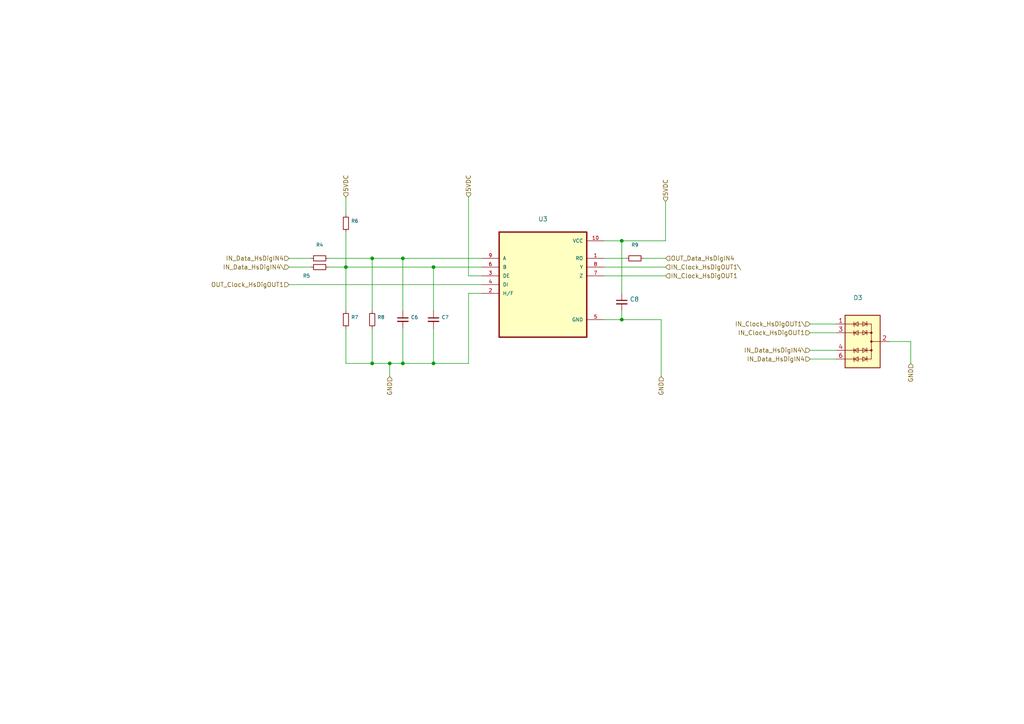
<source format=kicad_sch>
(kicad_sch (version 20211123) (generator eeschema)
  (paper "A4")
  (lib_symbols
    (symbol "Device:C_Small" (pin_numbers hide) (pin_names (offset 0.254) hide)
      (property "Reference" "C" (at 0.254 1.778 0))
      (property "Value" "C_Small" (at 0.254 -2.032 0))
      (symbol "C_Small_0_1"
        (polyline (pts (xy -1.524 -0.508) (xy 1.524 -0.508)) (stroke (width 0.3302)))
        (polyline (pts (xy -1.524 0.508) (xy 1.524 0.508)) (stroke (width 0.3048)))
      )
      (symbol "C_Small_1_1"
        (pin passive line (at 0 2.54 270) (length 2.032) (name "~") (number "1"))
        (pin passive line (at 0 -2.54 90) (length 2.032) (name "~") (number "2"))
      )
    )
    (symbol "Device:R_Small" (pin_numbers hide) (pin_names (offset 0.254) hide)
      (property "Reference" "R" (at 0.762 0.508 0))
      (property "Value" "R_Small" (at 0.762 -1.016 0))
      (symbol "R_Small_0_1"
        (rectangle (start -0.762 1.778) (end 0.762 -1.778) (stroke (width 0.2032)))
      )
      (symbol "R_Small_1_1"
        (pin passive line (at 0 2.54 270) (length 0.762) (name "~") (number "1"))
        (pin passive line (at 0 -2.54 90) (length 0.762) (name "~") (number "2"))
      )
    )
    (symbol "Power_Protection:ESDA6V1BC6" (pin_names hide)
      (property "Reference" "D" (at -2.54 -6.35 0))
      (property "Value" "ESDA6V1BC6" (at 1.27 -6.35 0))
      (symbol "ESDA6V1BC6_0_0"
        (pin passive line (at 0 -7.62 90) (length 2.54) (name "COM") (number "2"))
      )
      (symbol "ESDA6V1BC6_0_1"
        (rectangle (start -7.62 5.08) (end 7.62 -5.08) (stroke (width 0.254)) (fill (type background)))
        (circle (center -2.54 -2.54) (radius 0.254) (fill (type outline)))
        (circle (center 0 -2.54) (radius 0.254) (fill (type outline)))
        (polyline (pts (xy -5.08 -2.54) (xy -5.08 -1.27)))
        (polyline (pts (xy -5.08 -2.54) (xy 5.08 -2.54)))
        (polyline (pts (xy -5.08 2.54) (xy -5.08 -1.27)))
        (polyline (pts (xy -5.08 5.08) (xy -5.08 2.54)))
        (polyline (pts (xy -2.54 -2.54) (xy -2.54 -1.27)))
        (polyline (pts (xy -2.54 2.54) (xy -2.54 -1.27)))
        (polyline (pts (xy -2.54 5.08) (xy -2.54 2.54)))
        (polyline (pts (xy 0 -2.54) (xy 0 -5.08)))
        (polyline (pts (xy 2.54 -2.54) (xy 2.54 -1.27)))
        (polyline (pts (xy 2.54 2.54) (xy 2.54 -1.27)))
        (polyline (pts (xy 2.54 5.08) (xy 2.54 2.54)))
        (polyline (pts (xy 5.08 -2.54) (xy 5.08 -1.27)))
        (polyline (pts (xy 5.08 2.54) (xy 5.08 -1.27)))
        (polyline (pts (xy 5.08 5.08) (xy 5.08 2.54)))
        (polyline (pts (xy -5.715 -1.016) (xy -5.715 -1.27) (xy -4.445 -1.27)))
        (polyline (pts (xy -5.715 2.54) (xy -4.445 2.54) (xy -4.445 2.286)))
        (polyline (pts (xy -3.175 -1.016) (xy -3.175 -1.27) (xy -1.905 -1.27)))
        (polyline (pts (xy -3.175 2.54) (xy -1.905 2.54) (xy -1.905 2.286)))
        (polyline (pts (xy 1.905 -1.016) (xy 1.905 -1.27) (xy 3.175 -1.27)))
        (polyline (pts (xy 1.905 2.54) (xy 3.175 2.54) (xy 3.175 2.286)))
        (polyline (pts (xy 4.445 -1.016) (xy 4.445 -1.27) (xy 5.715 -1.27)))
        (polyline (pts (xy 4.445 2.54) (xy 5.715 2.54) (xy 5.715 2.286)))
        (polyline (pts (xy -5.08 -1.27) (xy -5.715 0) (xy -4.445 0) (xy -5.08 -1.27)))
        (polyline (pts (xy -5.08 2.54) (xy -4.445 1.27) (xy -5.715 1.27) (xy -5.08 2.54)))
        (polyline (pts (xy -2.54 -1.27) (xy -3.175 0) (xy -1.905 0) (xy -2.54 -1.27)))
        (polyline (pts (xy -2.54 2.54) (xy -1.905 1.27) (xy -3.175 1.27) (xy -2.54 2.54)))
        (polyline (pts (xy 2.54 -1.27) (xy 1.905 0) (xy 3.175 0) (xy 2.54 -1.27)))
        (polyline (pts (xy 2.54 2.54) (xy 3.175 1.27) (xy 1.905 1.27) (xy 2.54 2.54)))
        (polyline (pts (xy 5.08 -1.27) (xy 4.445 0) (xy 5.715 0) (xy 5.08 -1.27)))
        (polyline (pts (xy 5.08 2.54) (xy 5.715 1.27) (xy 4.445 1.27) (xy 5.08 2.54)))
        (circle (center 2.54 -2.54) (radius 0.254) (fill (type outline)))
      )
      (symbol "ESDA6V1BC6_1_1"
        (pin passive line (at -5.08 7.62 270) (length 2.54) (name "TVS1") (number "1"))
        (pin passive line (at -2.54 7.62 270) (length 2.54) (name "TVS2") (number "3"))
        (pin passive line (at 2.54 7.62 270) (length 2.54) (name "TVS3") (number "4"))
        (pin passive line (at 0 -7.62 90) (length 2.54) hide (name "COM") (number "5"))
        (pin passive line (at 5.08 7.62 270) (length 2.54) (name "TVS4") (number "6"))
      )
    )
    (symbol "custom_lib:MAX1486CUB+" (pin_names (offset 1.016))
      (property "Reference" "U" (at -12.7 16.2306 0))
      (property "Value" "MAX1486CUB+" (at -12.7 -19.2278 0))
      (symbol "MAX1486CUB+_0_0"
        (rectangle (start -12.7 -15.24) (end 12.7 15.24) (stroke (width 0.4064)) (fill (type background)))
        (pin output line (at 17.78 7.62 180) (length 5.08) (name "RO") (number "1"))
        (pin power_in line (at 17.78 12.7 180) (length 5.08) (name "VCC") (number "10"))
        (pin input line (at -17.78 -2.54 0) (length 5.08) (name "H/F") (number "2"))
        (pin input line (at -17.78 2.54 0) (length 5.08) (name "DE") (number "3"))
        (pin input line (at -17.78 0 0) (length 5.08) (name "DI") (number "4"))
        (pin power_in line (at 17.78 -10.16 180) (length 5.08) (name "GND") (number "5"))
        (pin input line (at -17.78 5.08 0) (length 5.08) (name "B") (number "6"))
        (pin output line (at 17.78 2.54 180) (length 5.08) (name "Z") (number "7"))
        (pin output line (at 17.78 5.08 180) (length 5.08) (name "Y") (number "8"))
        (pin input line (at -17.78 7.62 0) (length 5.08) (name "A") (number "9"))
      )
    )
  )
  (junction (at 113.03 105.41))
  (junction (at 107.95 74.93))
  (junction (at 116.84 74.93))
  (junction (at 100.33 77.47))
  (junction (at 125.73 105.41))
  (junction (at 180.34 92.71))
  (junction (at 180.34 69.85))
  (junction (at 125.73 77.47))
  (junction (at 107.95 105.41))
  (junction (at 116.84 105.41))
  (wire (pts (xy 193.04 58.42) (xy 193.04 69.85)))
  (wire (pts (xy 83.82 77.47) (xy 90.17 77.47)))
  (wire (pts (xy 193.04 80.01) (xy 175.26 80.01)))
  (wire (pts (xy 100.33 67.31) (xy 100.33 77.47)))
  (wire (pts (xy 175.26 74.93) (xy 181.61 74.93)))
  (wire (pts (xy 107.95 74.93) (xy 107.95 90.17)))
  (wire (pts (xy 125.73 77.47) (xy 125.73 90.17)))
  (wire (pts (xy 95.25 77.47) (xy 100.33 77.47)))
  (wire (pts (xy 100.33 77.47) (xy 125.73 77.47)))
  (wire (pts (xy 125.73 77.47) (xy 139.7 77.47)))
  (wire (pts (xy 107.95 105.41) (xy 100.33 105.41)))
  (wire (pts (xy 125.73 105.41) (xy 116.84 105.41)))
  (wire (pts (xy 125.73 105.41) (xy 135.89 105.41)))
  (wire (pts (xy 264.16 105.41) (xy 264.16 99.06)))
  (wire (pts (xy 234.95 93.98) (xy 242.57 93.98)))
  (wire (pts (xy 125.73 95.25) (xy 125.73 105.41)))
  (wire (pts (xy 135.89 80.01) (xy 139.7 80.01)))
  (wire (pts (xy 234.95 104.14) (xy 242.57 104.14)))
  (wire (pts (xy 186.69 74.93) (xy 193.04 74.93)))
  (wire (pts (xy 100.33 77.47) (xy 100.33 90.17)))
  (wire (pts (xy 83.82 74.93) (xy 90.17 74.93)))
  (wire (pts (xy 100.33 105.41) (xy 100.33 95.25)))
  (wire (pts (xy 175.26 69.85) (xy 180.34 69.85)))
  (wire (pts (xy 116.84 74.93) (xy 139.7 74.93)))
  (wire (pts (xy 135.89 85.09) (xy 139.7 85.09)))
  (wire (pts (xy 116.84 74.93) (xy 116.84 90.17)))
  (wire (pts (xy 113.03 109.22) (xy 113.03 105.41)))
  (wire (pts (xy 113.03 105.41) (xy 107.95 105.41)))
  (wire (pts (xy 116.84 95.25) (xy 116.84 105.41)))
  (wire (pts (xy 107.95 95.25) (xy 107.95 105.41)))
  (wire (pts (xy 191.77 109.22) (xy 191.77 92.71)))
  (wire (pts (xy 135.89 57.15) (xy 135.89 80.01)))
  (wire (pts (xy 234.95 101.6) (xy 242.57 101.6)))
  (wire (pts (xy 135.89 105.41) (xy 135.89 85.09)))
  (wire (pts (xy 191.77 92.71) (xy 180.34 92.71)))
  (wire (pts (xy 100.33 57.15) (xy 100.33 62.23)))
  (wire (pts (xy 180.34 69.85) (xy 180.34 85.09)))
  (wire (pts (xy 175.26 92.71) (xy 180.34 92.71)))
  (wire (pts (xy 180.34 90.17) (xy 180.34 92.71)))
  (wire (pts (xy 107.95 74.93) (xy 116.84 74.93)))
  (wire (pts (xy 257.81 99.06) (xy 264.16 99.06)))
  (wire (pts (xy 234.95 96.52) (xy 242.57 96.52)))
  (wire (pts (xy 83.82 82.55) (xy 139.7 82.55)))
  (wire (pts (xy 116.84 105.41) (xy 113.03 105.41)))
  (wire (pts (xy 193.04 77.47) (xy 175.26 77.47)))
  (wire (pts (xy 193.04 69.85) (xy 180.34 69.85)))
  (wire (pts (xy 95.25 74.93) (xy 107.95 74.93)))
  (text "\n\n" (at 200.66 73.66 0) (effects (font (size 1.27 1.27)) (justify left bottom)))
  (hierarchical_label "GND" (shape input) (at 191.77 109.22 270))
  (hierarchical_label "IN_Clock_HsDigOUT1\\" (shape input) (at 234.95 93.98 180))
  (hierarchical_label "OUT_Data_HsDigIN4" (shape input) (at 193.04 74.93 0))
  (hierarchical_label "GND" (shape input) (at 113.03 109.22 270))
  (hierarchical_label "IN_Data_HsDigIN4" (shape input) (at 234.95 104.14 180))
  (hierarchical_label "IN_Clock_HsDigOUT1" (shape input) (at 234.95 96.52 180))
  (hierarchical_label "5VDC" (shape input) (at 135.89 57.15 90))
  (hierarchical_label "IN_Clock_HsDigOUT1" (shape input) (at 193.04 80.01 0))
  (hierarchical_label "5VDC" (shape input) (at 100.33 57.15 90))
  (hierarchical_label "GND" (shape input) (at 264.16 105.41 270))
  (hierarchical_label "5VDC" (shape input) (at 193.04 58.42 90))
  (hierarchical_label "IN_Data_HsDigIN4\\" (shape input) (at 83.82 77.47 180))
  (hierarchical_label "OUT_Clock_HsDigOUT1" (shape input) (at 83.82 82.55 180))
  (hierarchical_label "IN_Clock_HsDigOUT1\\" (shape input) (at 193.04 77.47 0))
  (hierarchical_label "IN_Data_HsDigIN4" (shape input) (at 83.82 74.93 180))
  (hierarchical_label "IN_Data_HsDigIN4\\" (shape input) (at 234.95 101.6 180))
  (symbol (lib_id "Device:C_Small") (at 125.73 92.71 0) (unit 1)
    (property "Reference" "C7" (at 128.0541 92.0321 0) (effects (font (size 1 1)) (justify left)))
    (property "Datasheet" "http://www.passivecomponent.com/wp-content/uploads/datasheet/WTC_MLCC_General_Purpose.pdf" (effects hide))
  )
  (symbol (lib_id "Device:C_Small") (at 180.34 87.63 0) (unit 1)
    (property "Reference" "C8" (at 182.6641 86.8016 0) (effects (justify left)))
    (property "Datasheet" "https://media.digikey.com/pdf/Data%20Sheets/Samsung%20PDFs/CL10B104KO8NNNC_Spec.pdf" (effects hide))
  )
  (symbol (lib_id "Device:R_Small") (at 92.71 77.47 90) (unit 1)
    (property "Reference" "R5" (at 88.9 80.01 90) (effects (font (size 1 1))))
    (property "Datasheet" "https://www.susumu.co.jp/common/pdf/n_catalog_partition05_en.pdf" (effects hide))
  )
  (symbol (lib_id "Device:R_Small") (at 100.33 64.77 180) (unit 1)
    (property "Reference" "R6" (at 101.8286 64.0858 0) (effects (font (size 1 1)) (justify right)))
    (property "Datasheet" "https://www.te.com/commerce/DocumentDelivery/DDEController?Action=srchrtrv&DocNm=1773200&DocType=DS&DocLang=English" (effects hide))
  )
  (symbol (lib_id "Device:R_Small") (at 184.15 74.93 90) (unit 1)
    (property "Reference" "R9" (at 184.15 71.0372 90) (effects (font (size 1 1))))
    (property "Datasheet" "https://www.te.com/commerce/DocumentDelivery/DDEController?Action=srchrtrv&DocNm=1773200&DocType=DS&DocLang=English" (effects hide))
  )
  (symbol (lib_id "custom_lib:MAX1486CUB+") (at 157.48 82.55 0) (unit 1)
    (property "Reference" "U3" (at 157.48 63.534 0))
    (property "Datasheet" "https://datasheets.maximintegrated.com/en/ds/MAX1481-MAX1486.pdf" (effects hide))
  )
  (symbol (lib_id "Device:R_Small") (at 92.71 74.93 90) (unit 1)
    (property "Reference" "R4" (at 92.71 71.0372 90) (effects (font (size 1 1))))
    (property "Datasheet" "https://www.susumu.co.jp/common/pdf/n_catalog_partition05_en.pdf" (effects hide))
  )
  (symbol (lib_id "Power_Protection:ESDA6V1BC6") (at 250.19 99.06 90) (mirror x) (unit 1)
    (property "Reference" "D3" (at 250.19 86.36 90) (effects (justify left)))
    (property "Datasheet" "https://www.ti.com/lit/ds/symlink/tpd4e1b06.pdf?HQS=dis-dk-null-digikeymode-dsf-pf-null-wwe&ts=1665063828608&ref_url=https%253A%252F%252Fwww.ti.com%252Fgeneral%252Fdocs%252Fsuppproductinfo.tsp%253FdistId%253D10%2526gotoUrl%253Dhttps%253A%252F%252Fwww.ti.com%252Flit%252Fgpn%252Ftpd4e1b06" (effects hide))
  )
  (symbol (lib_id "Device:R_Small") (at 100.33 92.71 180) (unit 1)
    (property "Reference" "R7" (at 101.8286 92.0258 0) (effects (font (size 1 1)) (justify right)))
    (property "Datasheet" "https://www.te.com/commerce/DocumentDelivery/DDEController?Action=srchrtrv&DocNm=1773200&DocType=DS&DocLang=English" (effects hide))
  )
  (symbol (lib_id "Device:C_Small") (at 116.84 92.71 0) (unit 1)
    (property "Reference" "C6" (at 119.1641 92.0321 0) (effects (font (size 1 1)) (justify left)))
    (property "Datasheet" "http://www.passivecomponent.com/wp-content/uploads/datasheet/WTC_MLCC_General_Purpose.pdf" (effects hide))
  )
  (symbol (lib_id "Device:R_Small") (at 107.95 92.71 180) (unit 1)
    (property "Reference" "R8" (at 109.4486 92.0258 0) (effects (font (size 1 1)) (justify right)))
    (property "Datasheet" "https://www.susumu.co.jp/common/pdf/n_catalog_partition05_en.pdf" (effects hide))
  )
)
</source>
